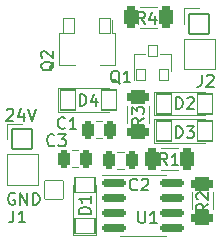
<source format=gto>
%TF.GenerationSoftware,KiCad,Pcbnew,6.0.7-1.fc35*%
%TF.CreationDate,2022-08-25T19:39:04+02:00*%
%TF.ProjectId,NE555_OC,4e453535-355f-44f4-932e-6b696361645f,rev?*%
%TF.SameCoordinates,Original*%
%TF.FileFunction,Legend,Top*%
%TF.FilePolarity,Positive*%
%FSLAX46Y46*%
G04 Gerber Fmt 4.6, Leading zero omitted, Abs format (unit mm)*
G04 Created by KiCad (PCBNEW 6.0.7-1.fc35) date 2022-08-25 19:39:04*
%MOMM*%
%LPD*%
G01*
G04 APERTURE LIST*
G04 Aperture macros list*
%AMRoundRect*
0 Rectangle with rounded corners*
0 $1 Rounding radius*
0 $2 $3 $4 $5 $6 $7 $8 $9 X,Y pos of 4 corners*
0 Add a 4 corners polygon primitive as box body*
4,1,4,$2,$3,$4,$5,$6,$7,$8,$9,$2,$3,0*
0 Add four circle primitives for the rounded corners*
1,1,$1+$1,$2,$3*
1,1,$1+$1,$4,$5*
1,1,$1+$1,$6,$7*
1,1,$1+$1,$8,$9*
0 Add four rect primitives between the rounded corners*
20,1,$1+$1,$2,$3,$4,$5,0*
20,1,$1+$1,$4,$5,$6,$7,0*
20,1,$1+$1,$6,$7,$8,$9,0*
20,1,$1+$1,$8,$9,$2,$3,0*%
%AMFreePoly0*
4,1,21,3.897855,0.901855,3.912500,0.866500,3.912500,-0.866500,3.897855,-0.901855,3.862500,-0.916500,0.737500,-0.916500,0.702145,-0.901855,0.687500,-0.866500,0.687500,-0.500000,-0.737500,-0.500000,-0.772855,-0.485355,-0.787500,-0.450000,-0.787500,0.450000,-0.772855,0.485355,-0.737500,0.500000,0.687500,0.500000,0.687500,0.866500,0.702145,0.901855,0.737500,0.916500,3.862500,0.916500,
3.897855,0.901855,3.897855,0.901855,$1*%
G04 Aperture macros list end*
%ADD10C,0.150000*%
%ADD11C,0.120000*%
%ADD12RoundRect,0.050000X-0.450000X0.650000X-0.450000X-0.650000X0.450000X-0.650000X0.450000X0.650000X0*%
%ADD13FreePoly0,270.000000*%
%ADD14RoundRect,0.300000X0.250000X0.475000X-0.250000X0.475000X-0.250000X-0.475000X0.250000X-0.475000X0*%
%ADD15RoundRect,0.050000X-0.650000X-0.850000X0.650000X-0.850000X0.650000X0.850000X-0.650000X0.850000X0*%
%ADD16RoundRect,0.050000X0.850000X-0.650000X0.850000X0.650000X-0.850000X0.650000X-0.850000X-0.650000X0*%
%ADD17RoundRect,0.050000X-0.850000X-0.850000X0.850000X-0.850000X0.850000X0.850000X-0.850000X0.850000X0*%
%ADD18O,1.800000X1.800000*%
%ADD19RoundRect,0.050000X0.400000X-0.450000X0.400000X0.450000X-0.400000X0.450000X-0.400000X-0.450000X0*%
%ADD20RoundRect,0.200000X-0.825000X-0.150000X0.825000X-0.150000X0.825000X0.150000X-0.825000X0.150000X0*%
%ADD21RoundRect,0.300000X-0.625000X0.312500X-0.625000X-0.312500X0.625000X-0.312500X0.625000X0.312500X0*%
%ADD22RoundRect,0.300000X0.312500X0.625000X-0.312500X0.625000X-0.312500X-0.625000X0.312500X-0.625000X0*%
%ADD23C,5.700000*%
%ADD24RoundRect,0.300000X-0.250000X-0.475000X0.250000X-0.475000X0.250000X0.475000X-0.250000X0.475000X0*%
%ADD25RoundRect,0.300000X0.625000X-0.312500X0.625000X0.312500X-0.625000X0.312500X-0.625000X-0.312500X0*%
%ADD26RoundRect,0.050000X-0.800000X0.800000X-0.800000X-0.800000X0.800000X-0.800000X0.800000X0.800000X0*%
%ADD27C,1.700000*%
G04 APERTURE END LIST*
D10*
X49276095Y-93099000D02*
X49180857Y-93051380D01*
X49038000Y-93051380D01*
X48895142Y-93099000D01*
X48799904Y-93194238D01*
X48752285Y-93289476D01*
X48704666Y-93479952D01*
X48704666Y-93622809D01*
X48752285Y-93813285D01*
X48799904Y-93908523D01*
X48895142Y-94003761D01*
X49038000Y-94051380D01*
X49133238Y-94051380D01*
X49276095Y-94003761D01*
X49323714Y-93956142D01*
X49323714Y-93622809D01*
X49133238Y-93622809D01*
X49752285Y-94051380D02*
X49752285Y-93051380D01*
X50323714Y-94051380D01*
X50323714Y-93051380D01*
X50799904Y-94051380D02*
X50799904Y-93051380D01*
X51038000Y-93051380D01*
X51180857Y-93099000D01*
X51276095Y-93194238D01*
X51323714Y-93289476D01*
X51371333Y-93479952D01*
X51371333Y-93622809D01*
X51323714Y-93813285D01*
X51276095Y-93908523D01*
X51180857Y-94003761D01*
X51038000Y-94051380D01*
X50799904Y-94051380D01*
X48593523Y-86034619D02*
X48641142Y-85987000D01*
X48736380Y-85939380D01*
X48974476Y-85939380D01*
X49069714Y-85987000D01*
X49117333Y-86034619D01*
X49164952Y-86129857D01*
X49164952Y-86225095D01*
X49117333Y-86367952D01*
X48545904Y-86939380D01*
X49164952Y-86939380D01*
X50022095Y-86272714D02*
X50022095Y-86939380D01*
X49784000Y-85891761D02*
X49545904Y-86606047D01*
X50164952Y-86606047D01*
X50403047Y-85939380D02*
X50736380Y-86939380D01*
X51069714Y-85939380D01*
%TO.C,Q2*%
X52597619Y-81945238D02*
X52550000Y-82040476D01*
X52454761Y-82135714D01*
X52311904Y-82278571D01*
X52264285Y-82373809D01*
X52264285Y-82469047D01*
X52502380Y-82421428D02*
X52454761Y-82516666D01*
X52359523Y-82611904D01*
X52169047Y-82659523D01*
X51835714Y-82659523D01*
X51645238Y-82611904D01*
X51550000Y-82516666D01*
X51502380Y-82421428D01*
X51502380Y-82230952D01*
X51550000Y-82135714D01*
X51645238Y-82040476D01*
X51835714Y-81992857D01*
X52169047Y-81992857D01*
X52359523Y-82040476D01*
X52454761Y-82135714D01*
X52502380Y-82230952D01*
X52502380Y-82421428D01*
X51597619Y-81611904D02*
X51550000Y-81564285D01*
X51502380Y-81469047D01*
X51502380Y-81230952D01*
X51550000Y-81135714D01*
X51597619Y-81088095D01*
X51692857Y-81040476D01*
X51788095Y-81040476D01*
X51930952Y-81088095D01*
X52502380Y-81659523D01*
X52502380Y-81040476D01*
%TO.C,C2*%
X59633333Y-92757142D02*
X59585714Y-92804761D01*
X59442857Y-92852380D01*
X59347619Y-92852380D01*
X59204761Y-92804761D01*
X59109523Y-92709523D01*
X59061904Y-92614285D01*
X59014285Y-92423809D01*
X59014285Y-92280952D01*
X59061904Y-92090476D01*
X59109523Y-91995238D01*
X59204761Y-91900000D01*
X59347619Y-91852380D01*
X59442857Y-91852380D01*
X59585714Y-91900000D01*
X59633333Y-91947619D01*
X60014285Y-91947619D02*
X60061904Y-91900000D01*
X60157142Y-91852380D01*
X60395238Y-91852380D01*
X60490476Y-91900000D01*
X60538095Y-91947619D01*
X60585714Y-92042857D01*
X60585714Y-92138095D01*
X60538095Y-92280952D01*
X59966666Y-92852380D01*
X60585714Y-92852380D01*
%TO.C,D3*%
X62911904Y-88402380D02*
X62911904Y-87402380D01*
X63150000Y-87402380D01*
X63292857Y-87450000D01*
X63388095Y-87545238D01*
X63435714Y-87640476D01*
X63483333Y-87830952D01*
X63483333Y-87973809D01*
X63435714Y-88164285D01*
X63388095Y-88259523D01*
X63292857Y-88354761D01*
X63150000Y-88402380D01*
X62911904Y-88402380D01*
X63816666Y-87402380D02*
X64435714Y-87402380D01*
X64102380Y-87783333D01*
X64245238Y-87783333D01*
X64340476Y-87830952D01*
X64388095Y-87878571D01*
X64435714Y-87973809D01*
X64435714Y-88211904D01*
X64388095Y-88307142D01*
X64340476Y-88354761D01*
X64245238Y-88402380D01*
X63959523Y-88402380D01*
X63864285Y-88354761D01*
X63816666Y-88307142D01*
%TO.C,D4*%
X54761904Y-85702380D02*
X54761904Y-84702380D01*
X55000000Y-84702380D01*
X55142857Y-84750000D01*
X55238095Y-84845238D01*
X55285714Y-84940476D01*
X55333333Y-85130952D01*
X55333333Y-85273809D01*
X55285714Y-85464285D01*
X55238095Y-85559523D01*
X55142857Y-85654761D01*
X55000000Y-85702380D01*
X54761904Y-85702380D01*
X56190476Y-85035714D02*
X56190476Y-85702380D01*
X55952380Y-84654761D02*
X55714285Y-85369047D01*
X56333333Y-85369047D01*
%TO.C,D1*%
X55702380Y-94838095D02*
X54702380Y-94838095D01*
X54702380Y-94600000D01*
X54750000Y-94457142D01*
X54845238Y-94361904D01*
X54940476Y-94314285D01*
X55130952Y-94266666D01*
X55273809Y-94266666D01*
X55464285Y-94314285D01*
X55559523Y-94361904D01*
X55654761Y-94457142D01*
X55702380Y-94600000D01*
X55702380Y-94838095D01*
X55702380Y-93314285D02*
X55702380Y-93885714D01*
X55702380Y-93600000D02*
X54702380Y-93600000D01*
X54845238Y-93695238D01*
X54940476Y-93790476D01*
X54988095Y-93885714D01*
%TO.C,J2*%
X65116666Y-83052380D02*
X65116666Y-83766666D01*
X65069047Y-83909523D01*
X64973809Y-84004761D01*
X64830952Y-84052380D01*
X64735714Y-84052380D01*
X65545238Y-83147619D02*
X65592857Y-83100000D01*
X65688095Y-83052380D01*
X65926190Y-83052380D01*
X66021428Y-83100000D01*
X66069047Y-83147619D01*
X66116666Y-83242857D01*
X66116666Y-83338095D01*
X66069047Y-83480952D01*
X65497619Y-84052380D01*
X66116666Y-84052380D01*
%TO.C,J1*%
X49166666Y-94552380D02*
X49166666Y-95266666D01*
X49119047Y-95409523D01*
X49023809Y-95504761D01*
X48880952Y-95552380D01*
X48785714Y-95552380D01*
X50166666Y-95552380D02*
X49595238Y-95552380D01*
X49880952Y-95552380D02*
X49880952Y-94552380D01*
X49785714Y-94695238D01*
X49690476Y-94790476D01*
X49595238Y-94838095D01*
%TO.C,Q1*%
X58154761Y-83797619D02*
X58059523Y-83750000D01*
X57964285Y-83654761D01*
X57821428Y-83511904D01*
X57726190Y-83464285D01*
X57630952Y-83464285D01*
X57678571Y-83702380D02*
X57583333Y-83654761D01*
X57488095Y-83559523D01*
X57440476Y-83369047D01*
X57440476Y-83035714D01*
X57488095Y-82845238D01*
X57583333Y-82750000D01*
X57678571Y-82702380D01*
X57869047Y-82702380D01*
X57964285Y-82750000D01*
X58059523Y-82845238D01*
X58107142Y-83035714D01*
X58107142Y-83369047D01*
X58059523Y-83559523D01*
X57964285Y-83654761D01*
X57869047Y-83702380D01*
X57678571Y-83702380D01*
X59059523Y-83702380D02*
X58488095Y-83702380D01*
X58773809Y-83702380D02*
X58773809Y-82702380D01*
X58678571Y-82845238D01*
X58583333Y-82940476D01*
X58488095Y-82988095D01*
%TO.C,U1*%
X59738095Y-94602380D02*
X59738095Y-95411904D01*
X59785714Y-95507142D01*
X59833333Y-95554761D01*
X59928571Y-95602380D01*
X60119047Y-95602380D01*
X60214285Y-95554761D01*
X60261904Y-95507142D01*
X60309523Y-95411904D01*
X60309523Y-94602380D01*
X61309523Y-95602380D02*
X60738095Y-95602380D01*
X61023809Y-95602380D02*
X61023809Y-94602380D01*
X60928571Y-94745238D01*
X60833333Y-94840476D01*
X60738095Y-94888095D01*
%TO.C,D2*%
X62916904Y-85952380D02*
X62916904Y-84952380D01*
X63155000Y-84952380D01*
X63297857Y-85000000D01*
X63393095Y-85095238D01*
X63440714Y-85190476D01*
X63488333Y-85380952D01*
X63488333Y-85523809D01*
X63440714Y-85714285D01*
X63393095Y-85809523D01*
X63297857Y-85904761D01*
X63155000Y-85952380D01*
X62916904Y-85952380D01*
X63869285Y-85047619D02*
X63916904Y-85000000D01*
X64012142Y-84952380D01*
X64250238Y-84952380D01*
X64345476Y-85000000D01*
X64393095Y-85047619D01*
X64440714Y-85142857D01*
X64440714Y-85238095D01*
X64393095Y-85380952D01*
X63821666Y-85952380D01*
X64440714Y-85952380D01*
%TO.C,R2*%
X65652380Y-93966666D02*
X65176190Y-94300000D01*
X65652380Y-94538095D02*
X64652380Y-94538095D01*
X64652380Y-94157142D01*
X64700000Y-94061904D01*
X64747619Y-94014285D01*
X64842857Y-93966666D01*
X64985714Y-93966666D01*
X65080952Y-94014285D01*
X65128571Y-94061904D01*
X65176190Y-94157142D01*
X65176190Y-94538095D01*
X64747619Y-93585714D02*
X64700000Y-93538095D01*
X64652380Y-93442857D01*
X64652380Y-93204761D01*
X64700000Y-93109523D01*
X64747619Y-93061904D01*
X64842857Y-93014285D01*
X64938095Y-93014285D01*
X65080952Y-93061904D01*
X65652380Y-93633333D01*
X65652380Y-93014285D01*
%TO.C,R4*%
X60283333Y-78752380D02*
X59950000Y-78276190D01*
X59711904Y-78752380D02*
X59711904Y-77752380D01*
X60092857Y-77752380D01*
X60188095Y-77800000D01*
X60235714Y-77847619D01*
X60283333Y-77942857D01*
X60283333Y-78085714D01*
X60235714Y-78180952D01*
X60188095Y-78228571D01*
X60092857Y-78276190D01*
X59711904Y-78276190D01*
X61140476Y-78085714D02*
X61140476Y-78752380D01*
X60902380Y-77704761D02*
X60664285Y-78419047D01*
X61283333Y-78419047D01*
%TO.C,ref1*%
%TO.C,C1*%
X53533333Y-87557142D02*
X53485714Y-87604761D01*
X53342857Y-87652380D01*
X53247619Y-87652380D01*
X53104761Y-87604761D01*
X53009523Y-87509523D01*
X52961904Y-87414285D01*
X52914285Y-87223809D01*
X52914285Y-87080952D01*
X52961904Y-86890476D01*
X53009523Y-86795238D01*
X53104761Y-86700000D01*
X53247619Y-86652380D01*
X53342857Y-86652380D01*
X53485714Y-86700000D01*
X53533333Y-86747619D01*
X54485714Y-87652380D02*
X53914285Y-87652380D01*
X54200000Y-87652380D02*
X54200000Y-86652380D01*
X54104761Y-86795238D01*
X54009523Y-86890476D01*
X53914285Y-86938095D01*
%TO.C,R3*%
X60202380Y-86716666D02*
X59726190Y-87050000D01*
X60202380Y-87288095D02*
X59202380Y-87288095D01*
X59202380Y-86907142D01*
X59250000Y-86811904D01*
X59297619Y-86764285D01*
X59392857Y-86716666D01*
X59535714Y-86716666D01*
X59630952Y-86764285D01*
X59678571Y-86811904D01*
X59726190Y-86907142D01*
X59726190Y-87288095D01*
X59202380Y-86383333D02*
X59202380Y-85764285D01*
X59583333Y-86097619D01*
X59583333Y-85954761D01*
X59630952Y-85859523D01*
X59678571Y-85811904D01*
X59773809Y-85764285D01*
X60011904Y-85764285D01*
X60107142Y-85811904D01*
X60154761Y-85859523D01*
X60202380Y-85954761D01*
X60202380Y-86240476D01*
X60154761Y-86335714D01*
X60107142Y-86383333D01*
%TO.C,C3*%
X52633333Y-89007142D02*
X52585714Y-89054761D01*
X52442857Y-89102380D01*
X52347619Y-89102380D01*
X52204761Y-89054761D01*
X52109523Y-88959523D01*
X52061904Y-88864285D01*
X52014285Y-88673809D01*
X52014285Y-88530952D01*
X52061904Y-88340476D01*
X52109523Y-88245238D01*
X52204761Y-88150000D01*
X52347619Y-88102380D01*
X52442857Y-88102380D01*
X52585714Y-88150000D01*
X52633333Y-88197619D01*
X52966666Y-88102380D02*
X53585714Y-88102380D01*
X53252380Y-88483333D01*
X53395238Y-88483333D01*
X53490476Y-88530952D01*
X53538095Y-88578571D01*
X53585714Y-88673809D01*
X53585714Y-88911904D01*
X53538095Y-89007142D01*
X53490476Y-89054761D01*
X53395238Y-89102380D01*
X53109523Y-89102380D01*
X53014285Y-89054761D01*
X52966666Y-89007142D01*
%TO.C,R1*%
X62183333Y-90702380D02*
X61850000Y-90226190D01*
X61611904Y-90702380D02*
X61611904Y-89702380D01*
X61992857Y-89702380D01*
X62088095Y-89750000D01*
X62135714Y-89797619D01*
X62183333Y-89892857D01*
X62183333Y-90035714D01*
X62135714Y-90130952D01*
X62088095Y-90178571D01*
X61992857Y-90226190D01*
X61611904Y-90226190D01*
X63135714Y-90702380D02*
X62564285Y-90702380D01*
X62850000Y-90702380D02*
X62850000Y-89702380D01*
X62754761Y-89845238D01*
X62659523Y-89940476D01*
X62564285Y-89988095D01*
D11*
%TO.C,Q2*%
X57760000Y-79540000D02*
X57760000Y-82260000D01*
X54350000Y-82260000D02*
X53040000Y-82260000D01*
X57530000Y-78400000D02*
X57530000Y-79540000D01*
X57760000Y-79540000D02*
X57530000Y-79540000D01*
X53040000Y-82260000D02*
X53040000Y-79540000D01*
X57760000Y-82260000D02*
X56450000Y-82260000D01*
X53040000Y-79540000D02*
X53270000Y-79540000D01*
%TO.C,C2*%
X58489252Y-91032000D02*
X57966748Y-91032000D01*
X58489252Y-89562000D02*
X57966748Y-89562000D01*
%TO.C,D3*%
X61100000Y-86800000D02*
X61100000Y-88800000D01*
X65400000Y-86800000D02*
X61100000Y-86800000D01*
X61100000Y-88800000D02*
X65400000Y-88800000D01*
%TO.C,D4*%
X52950000Y-86200000D02*
X57250000Y-86200000D01*
X57250000Y-84200000D02*
X52950000Y-84200000D01*
X52950000Y-84200000D02*
X52950000Y-86200000D01*
%TO.C,D1*%
X54180000Y-92357000D02*
X54180000Y-96657000D01*
X56180000Y-96657000D02*
X56180000Y-92357000D01*
X54180000Y-96657000D02*
X56180000Y-96657000D01*
%TO.C,J2*%
X63567000Y-78735000D02*
X63567000Y-77405000D01*
X63567000Y-77405000D02*
X64897000Y-77405000D01*
X63567000Y-82605000D02*
X66227000Y-82605000D01*
X63567000Y-80005000D02*
X66227000Y-80005000D01*
X63567000Y-80005000D02*
X63567000Y-82605000D01*
X66227000Y-80005000D02*
X66227000Y-82605000D01*
%TO.C,J1*%
X48581000Y-87184000D02*
X49911000Y-87184000D01*
X48581000Y-89784000D02*
X51241000Y-89784000D01*
X48581000Y-88514000D02*
X48581000Y-87184000D01*
X51241000Y-89784000D02*
X51241000Y-92384000D01*
X48581000Y-92384000D02*
X51241000Y-92384000D01*
X48581000Y-89784000D02*
X48581000Y-92384000D01*
%TO.C,Q1*%
X59370000Y-81315000D02*
X59370000Y-83475000D01*
X59370000Y-81315000D02*
X60300000Y-81315000D01*
X62530000Y-81315000D02*
X62530000Y-82775000D01*
X62530000Y-81315000D02*
X61600000Y-81315000D01*
%TO.C,U1*%
X60133000Y-96667000D02*
X58183000Y-96667000D01*
X60133000Y-91547000D02*
X62083000Y-91547000D01*
X60133000Y-96667000D02*
X62083000Y-96667000D01*
X60133000Y-91547000D02*
X56683000Y-91547000D01*
%TO.C,D2*%
X61105000Y-86500000D02*
X65405000Y-86500000D01*
X61105000Y-84500000D02*
X61105000Y-86500000D01*
X65405000Y-84500000D02*
X61105000Y-84500000D01*
%TO.C,R2*%
X64242000Y-92998936D02*
X64242000Y-94453064D01*
X66062000Y-92998936D02*
X66062000Y-94453064D01*
%TO.C,R4*%
X61327064Y-79110000D02*
X59872936Y-79110000D01*
X61327064Y-77290000D02*
X59872936Y-77290000D01*
%TO.C,C1*%
X56138748Y-88435000D02*
X56661252Y-88435000D01*
X56138748Y-86965000D02*
X56661252Y-86965000D01*
%TO.C,R3*%
X58780000Y-87127064D02*
X58780000Y-85672936D01*
X60600000Y-87127064D02*
X60600000Y-85672936D01*
%TO.C,C3*%
X54094748Y-89435000D02*
X54617252Y-89435000D01*
X54094748Y-90905000D02*
X54617252Y-90905000D01*
%TO.C,R1*%
X63085064Y-89260000D02*
X61630936Y-89260000D01*
X63085064Y-91080000D02*
X61630936Y-91080000D01*
%TD*%
%LPC*%
D12*
%TO.C,Q2*%
X56900000Y-78950000D03*
D13*
X55400000Y-79037500D03*
D12*
X53900000Y-78950000D03*
%TD*%
D14*
%TO.C,C2*%
X59178000Y-90297000D03*
X57278000Y-90297000D03*
%TD*%
D15*
%TO.C,D3*%
X61900000Y-87800000D03*
X65400000Y-87800000D03*
%TD*%
%TO.C,D4*%
X53750000Y-85200000D03*
X57250000Y-85200000D03*
%TD*%
D16*
%TO.C,D1*%
X55180000Y-92357000D03*
X55180000Y-95857000D03*
%TD*%
D17*
%TO.C,J2*%
X64897000Y-78735000D03*
D18*
X64897000Y-81275000D03*
%TD*%
D17*
%TO.C,J1*%
X49911000Y-88514000D03*
D18*
X49911000Y-91054000D03*
%TD*%
D19*
%TO.C,Q1*%
X60000000Y-83075000D03*
X61900000Y-83075000D03*
X60950000Y-81075000D03*
%TD*%
D20*
%TO.C,U1*%
X57658000Y-92202000D03*
X57658000Y-93472000D03*
X57658000Y-94742000D03*
X57658000Y-96012000D03*
X62608000Y-96012000D03*
X62608000Y-94742000D03*
X62608000Y-93472000D03*
X62608000Y-92202000D03*
%TD*%
D15*
%TO.C,D2*%
X61905000Y-85500000D03*
X65405000Y-85500000D03*
%TD*%
D21*
%TO.C,R2*%
X65152000Y-92263500D03*
X65152000Y-95188500D03*
%TD*%
D22*
%TO.C,R4*%
X62062500Y-78200000D03*
X59137500Y-78200000D03*
%TD*%
D23*
%TO.C,ref1*%
X46990000Y-80010000D03*
%TD*%
D24*
%TO.C,C1*%
X55450000Y-87700000D03*
X57350000Y-87700000D03*
%TD*%
D25*
%TO.C,R3*%
X59690000Y-87862500D03*
X59690000Y-84937500D03*
%TD*%
D24*
%TO.C,C3*%
X53406000Y-90170000D03*
X55306000Y-90170000D03*
%TD*%
D22*
%TO.C,R1*%
X63820500Y-90170000D03*
X60895500Y-90170000D03*
%TD*%
D26*
%TO.C,C4*%
X52600000Y-92817621D03*
D27*
X52600000Y-95317621D03*
%TD*%
M02*

</source>
